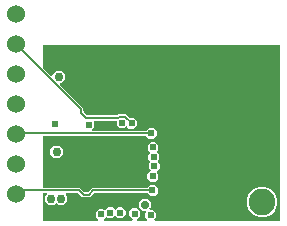
<source format=gbr>
G04 EAGLE Gerber X2 export*
%TF.Part,Single*%
%TF.FileFunction,Copper,L3,Inr,Mixed*%
%TF.FilePolarity,Positive*%
%TF.GenerationSoftware,Autodesk,EAGLE,9.0.0*%
%TF.CreationDate,2018-06-20T01:15:49Z*%
G75*
%MOMM*%
%FSLAX34Y34*%
%LPD*%
%AMOC8*
5,1,8,0,0,1.08239X$1,22.5*%
G01*
%ADD10C,1.524000*%
%ADD11C,0.609600*%
%ADD12C,0.152400*%
%ADD13C,0.660400*%
%ADD14C,2.250000*%
%ADD15C,0.756400*%
%ADD16C,0.706400*%

G36*
X45682Y-750D02*
X45682Y-750D01*
X45753Y-748D01*
X45802Y-730D01*
X45854Y-722D01*
X45917Y-688D01*
X45984Y-663D01*
X46025Y-631D01*
X46071Y-606D01*
X46121Y-554D01*
X46177Y-510D01*
X46205Y-466D01*
X46241Y-428D01*
X46271Y-363D01*
X46310Y-303D01*
X46322Y-252D01*
X46344Y-205D01*
X46352Y-134D01*
X46370Y-64D01*
X46366Y-12D01*
X46371Y39D01*
X46356Y110D01*
X46350Y181D01*
X46330Y229D01*
X46319Y280D01*
X46282Y341D01*
X46254Y407D01*
X46209Y463D01*
X46193Y491D01*
X46175Y506D01*
X46149Y538D01*
X44040Y2647D01*
X44040Y6436D01*
X46719Y9114D01*
X50507Y9114D01*
X51262Y8359D01*
X51279Y8347D01*
X51291Y8332D01*
X51378Y8276D01*
X51462Y8215D01*
X51481Y8210D01*
X51498Y8199D01*
X51598Y8173D01*
X51697Y8143D01*
X51717Y8144D01*
X51736Y8139D01*
X51839Y8147D01*
X51943Y8149D01*
X51962Y8156D01*
X51982Y8158D01*
X52076Y8198D01*
X52174Y8234D01*
X52190Y8246D01*
X52208Y8254D01*
X52339Y8359D01*
X54607Y10627D01*
X58396Y10627D01*
X60200Y8822D01*
X60217Y8811D01*
X60229Y8795D01*
X60316Y8739D01*
X60400Y8679D01*
X60419Y8673D01*
X60436Y8662D01*
X60536Y8637D01*
X60635Y8607D01*
X60655Y8607D01*
X60675Y8602D01*
X60777Y8610D01*
X60881Y8613D01*
X60900Y8620D01*
X60920Y8621D01*
X61015Y8662D01*
X61112Y8697D01*
X61128Y8710D01*
X61146Y8718D01*
X61277Y8822D01*
X62796Y10341D01*
X66584Y10341D01*
X69262Y7662D01*
X69262Y3874D01*
X66584Y1196D01*
X62796Y1196D01*
X60991Y3000D01*
X60975Y3012D01*
X60962Y3028D01*
X60875Y3084D01*
X60791Y3144D01*
X60772Y3150D01*
X60755Y3161D01*
X60655Y3186D01*
X60556Y3216D01*
X60536Y3216D01*
X60517Y3221D01*
X60414Y3213D01*
X60310Y3210D01*
X60291Y3203D01*
X60271Y3202D01*
X60177Y3161D01*
X60079Y3126D01*
X60063Y3113D01*
X60045Y3105D01*
X59914Y3000D01*
X58396Y1482D01*
X54607Y1482D01*
X53852Y2237D01*
X53836Y2249D01*
X53823Y2264D01*
X53736Y2321D01*
X53652Y2381D01*
X53633Y2387D01*
X53617Y2397D01*
X53516Y2423D01*
X53417Y2453D01*
X53397Y2453D01*
X53378Y2457D01*
X53275Y2449D01*
X53171Y2447D01*
X53153Y2440D01*
X53133Y2438D01*
X53038Y2398D01*
X52940Y2362D01*
X52925Y2350D01*
X52906Y2342D01*
X52776Y2237D01*
X51077Y538D01*
X51035Y480D01*
X50985Y428D01*
X50963Y381D01*
X50933Y339D01*
X50912Y270D01*
X50882Y205D01*
X50876Y153D01*
X50861Y103D01*
X50863Y32D01*
X50855Y-39D01*
X50866Y-90D01*
X50867Y-142D01*
X50892Y-210D01*
X50907Y-280D01*
X50934Y-324D01*
X50952Y-373D01*
X50996Y-429D01*
X51033Y-491D01*
X51073Y-525D01*
X51105Y-565D01*
X51166Y-604D01*
X51220Y-651D01*
X51268Y-670D01*
X51312Y-698D01*
X51382Y-716D01*
X51448Y-743D01*
X51520Y-751D01*
X51551Y-759D01*
X51574Y-757D01*
X51615Y-761D01*
X74694Y-761D01*
X74765Y-750D01*
X74836Y-748D01*
X74885Y-730D01*
X74937Y-722D01*
X75000Y-688D01*
X75067Y-663D01*
X75108Y-631D01*
X75154Y-606D01*
X75204Y-554D01*
X75260Y-510D01*
X75288Y-466D01*
X75324Y-428D01*
X75354Y-363D01*
X75393Y-303D01*
X75405Y-252D01*
X75427Y-205D01*
X75435Y-134D01*
X75453Y-64D01*
X75449Y-12D01*
X75454Y39D01*
X75439Y110D01*
X75433Y181D01*
X75413Y229D01*
X75402Y280D01*
X75365Y341D01*
X75337Y407D01*
X75292Y463D01*
X75276Y491D01*
X75258Y506D01*
X75232Y538D01*
X72531Y3240D01*
X72531Y7028D01*
X75210Y9706D01*
X78998Y9706D01*
X81677Y7028D01*
X81677Y3240D01*
X78975Y538D01*
X78933Y480D01*
X78884Y428D01*
X78862Y381D01*
X78832Y339D01*
X78811Y270D01*
X78780Y205D01*
X78775Y153D01*
X78759Y103D01*
X78761Y32D01*
X78753Y-39D01*
X78764Y-90D01*
X78766Y-142D01*
X78790Y-210D01*
X78806Y-280D01*
X78832Y-325D01*
X78850Y-373D01*
X78895Y-429D01*
X78932Y-491D01*
X78971Y-525D01*
X79004Y-565D01*
X79064Y-604D01*
X79119Y-651D01*
X79167Y-670D01*
X79211Y-698D01*
X79280Y-716D01*
X79347Y-743D01*
X79418Y-751D01*
X79449Y-759D01*
X79473Y-757D01*
X79514Y-761D01*
X86871Y-761D01*
X86942Y-750D01*
X87014Y-748D01*
X87063Y-730D01*
X87114Y-722D01*
X87177Y-688D01*
X87245Y-663D01*
X87285Y-631D01*
X87331Y-606D01*
X87381Y-554D01*
X87437Y-510D01*
X87465Y-466D01*
X87501Y-428D01*
X87531Y-363D01*
X87570Y-303D01*
X87582Y-252D01*
X87604Y-205D01*
X87612Y-134D01*
X87630Y-64D01*
X87626Y-12D01*
X87631Y39D01*
X87616Y110D01*
X87611Y181D01*
X87590Y229D01*
X87579Y280D01*
X87542Y341D01*
X87514Y407D01*
X87469Y463D01*
X87453Y491D01*
X87435Y506D01*
X87409Y538D01*
X86020Y1928D01*
X86020Y5716D01*
X86644Y6340D01*
X86686Y6398D01*
X86735Y6450D01*
X86757Y6497D01*
X86787Y6540D01*
X86808Y6608D01*
X86839Y6673D01*
X86844Y6725D01*
X86860Y6775D01*
X86858Y6847D01*
X86866Y6918D01*
X86855Y6969D01*
X86853Y7021D01*
X86829Y7088D01*
X86813Y7158D01*
X86787Y7203D01*
X86769Y7252D01*
X86724Y7308D01*
X86687Y7369D01*
X86648Y7403D01*
X86615Y7444D01*
X86555Y7482D01*
X86500Y7529D01*
X86452Y7549D01*
X86408Y7577D01*
X86339Y7594D01*
X86272Y7621D01*
X86201Y7629D01*
X86170Y7637D01*
X86146Y7635D01*
X86105Y7640D01*
X83399Y7640D01*
X80436Y10602D01*
X80436Y14791D01*
X83399Y17753D01*
X87588Y17753D01*
X90550Y14791D01*
X90550Y10602D01*
X89643Y9694D01*
X89601Y9636D01*
X89551Y9584D01*
X89529Y9537D01*
X89499Y9495D01*
X89478Y9426D01*
X89448Y9361D01*
X89442Y9309D01*
X89427Y9259D01*
X89429Y9188D01*
X89421Y9117D01*
X89432Y9066D01*
X89433Y9014D01*
X89458Y8946D01*
X89473Y8876D01*
X89500Y8832D01*
X89517Y8783D01*
X89562Y8727D01*
X89599Y8665D01*
X89639Y8631D01*
X89671Y8591D01*
X89731Y8552D01*
X89786Y8505D01*
X89834Y8486D01*
X89878Y8458D01*
X89948Y8440D01*
X90014Y8413D01*
X90085Y8405D01*
X90117Y8397D01*
X90140Y8399D01*
X90181Y8395D01*
X92487Y8395D01*
X95165Y5716D01*
X95165Y1928D01*
X93776Y538D01*
X93734Y480D01*
X93684Y428D01*
X93662Y381D01*
X93632Y339D01*
X93611Y270D01*
X93581Y205D01*
X93575Y153D01*
X93560Y103D01*
X93562Y32D01*
X93554Y-39D01*
X93565Y-90D01*
X93566Y-142D01*
X93591Y-210D01*
X93606Y-280D01*
X93633Y-325D01*
X93651Y-373D01*
X93695Y-429D01*
X93732Y-491D01*
X93772Y-525D01*
X93804Y-565D01*
X93865Y-604D01*
X93919Y-651D01*
X93967Y-670D01*
X94011Y-698D01*
X94081Y-716D01*
X94147Y-743D01*
X94219Y-751D01*
X94250Y-759D01*
X94273Y-757D01*
X94314Y-761D01*
X199316Y-761D01*
X199336Y-758D01*
X199355Y-760D01*
X199457Y-738D01*
X199559Y-722D01*
X199576Y-712D01*
X199596Y-708D01*
X199685Y-655D01*
X199776Y-606D01*
X199790Y-592D01*
X199807Y-582D01*
X199874Y-503D01*
X199946Y-428D01*
X199954Y-410D01*
X199967Y-395D01*
X200006Y-299D01*
X200049Y-205D01*
X200051Y-185D01*
X200059Y-167D01*
X200077Y0D01*
X200077Y147500D01*
X200074Y147520D01*
X200076Y147539D01*
X200054Y147641D01*
X200038Y147743D01*
X200028Y147760D01*
X200024Y147780D01*
X199971Y147869D01*
X199922Y147960D01*
X199908Y147974D01*
X199898Y147991D01*
X199819Y148058D01*
X199744Y148130D01*
X199726Y148138D01*
X199711Y148151D01*
X199615Y148190D01*
X199521Y148233D01*
X199501Y148235D01*
X199483Y148243D01*
X199316Y148261D01*
X0Y148261D01*
X-20Y148258D01*
X-39Y148260D01*
X-141Y148238D01*
X-243Y148222D01*
X-260Y148212D01*
X-280Y148208D01*
X-369Y148155D01*
X-460Y148106D01*
X-474Y148092D01*
X-491Y148082D01*
X-558Y148003D01*
X-630Y147928D01*
X-638Y147910D01*
X-651Y147895D01*
X-690Y147799D01*
X-733Y147705D01*
X-735Y147685D01*
X-743Y147667D01*
X-761Y147500D01*
X-761Y129399D01*
X-759Y129384D01*
X-760Y129373D01*
X-748Y129315D01*
X-747Y129308D01*
X-739Y129218D01*
X-727Y129188D01*
X-722Y129156D01*
X-679Y129075D01*
X-643Y128991D01*
X-617Y128959D01*
X-606Y128938D01*
X-583Y128916D01*
X-538Y128860D01*
X6229Y122093D01*
X6287Y122052D01*
X6339Y122002D01*
X6386Y121980D01*
X6428Y121950D01*
X6497Y121929D01*
X6562Y121899D01*
X6614Y121893D01*
X6663Y121877D01*
X6735Y121879D01*
X6806Y121871D01*
X6857Y121883D01*
X6909Y121884D01*
X6977Y121908D01*
X7047Y121924D01*
X7091Y121950D01*
X7140Y121968D01*
X7196Y122013D01*
X7258Y122050D01*
X7292Y122089D01*
X7332Y122122D01*
X7371Y122182D01*
X7418Y122237D01*
X7437Y122285D01*
X7465Y122329D01*
X7483Y122398D01*
X7510Y122465D01*
X7518Y122536D01*
X7525Y122567D01*
X7524Y122591D01*
X7528Y122632D01*
X7528Y123033D01*
X10637Y126142D01*
X15033Y126142D01*
X18142Y123033D01*
X18142Y118637D01*
X15033Y115528D01*
X14632Y115528D01*
X14561Y115517D01*
X14489Y115515D01*
X14440Y115497D01*
X14389Y115488D01*
X14326Y115455D01*
X14258Y115430D01*
X14218Y115398D01*
X14172Y115373D01*
X14122Y115321D01*
X14066Y115276D01*
X14038Y115233D01*
X14002Y115195D01*
X13972Y115130D01*
X13933Y115070D01*
X13920Y115019D01*
X13899Y114972D01*
X13891Y114901D01*
X13873Y114831D01*
X13877Y114779D01*
X13871Y114727D01*
X13887Y114657D01*
X13892Y114586D01*
X13913Y114538D01*
X13924Y114487D01*
X13961Y114425D01*
X13989Y114360D01*
X14033Y114304D01*
X14050Y114276D01*
X14068Y114261D01*
X14093Y114229D01*
X33665Y94657D01*
X33665Y91996D01*
X33679Y91906D01*
X33687Y91815D01*
X33699Y91786D01*
X33704Y91754D01*
X33747Y91673D01*
X33783Y91589D01*
X33809Y91557D01*
X33819Y91536D01*
X33843Y91514D01*
X33888Y91458D01*
X36710Y88635D01*
X36784Y88582D01*
X36854Y88523D01*
X36884Y88510D01*
X36910Y88492D01*
X36997Y88465D01*
X37082Y88431D01*
X37123Y88426D01*
X37145Y88419D01*
X37177Y88420D01*
X37249Y88412D01*
X61788Y88412D01*
X61878Y88427D01*
X61969Y88434D01*
X61998Y88447D01*
X62030Y88452D01*
X62111Y88495D01*
X62195Y88530D01*
X62227Y88556D01*
X62248Y88567D01*
X62270Y88590D01*
X62326Y88635D01*
X63339Y89648D01*
X69652Y89648D01*
X72824Y86476D01*
X72898Y86423D01*
X72968Y86363D01*
X72998Y86351D01*
X73024Y86332D01*
X73111Y86306D01*
X73196Y86271D01*
X73237Y86267D01*
X73259Y86260D01*
X73291Y86261D01*
X73363Y86253D01*
X76280Y86253D01*
X78959Y83574D01*
X78959Y79786D01*
X76280Y77107D01*
X72492Y77107D01*
X70805Y78794D01*
X70789Y78806D01*
X70777Y78821D01*
X70690Y78877D01*
X70606Y78938D01*
X70587Y78943D01*
X70570Y78954D01*
X70469Y78979D01*
X70371Y79010D01*
X70351Y79009D01*
X70331Y79014D01*
X70228Y79006D01*
X70125Y79004D01*
X70106Y78997D01*
X70086Y78995D01*
X69991Y78955D01*
X69894Y78919D01*
X69878Y78907D01*
X69860Y78899D01*
X69729Y78794D01*
X68390Y77455D01*
X64601Y77455D01*
X61923Y80133D01*
X61923Y83078D01*
X61919Y83097D01*
X61922Y83117D01*
X61900Y83218D01*
X61883Y83320D01*
X61874Y83338D01*
X61869Y83357D01*
X61816Y83446D01*
X61768Y83538D01*
X61753Y83551D01*
X61743Y83568D01*
X61664Y83636D01*
X61589Y83707D01*
X61571Y83715D01*
X61556Y83728D01*
X61460Y83767D01*
X61366Y83811D01*
X61347Y83813D01*
X61328Y83820D01*
X61161Y83839D01*
X43030Y83839D01*
X42960Y83827D01*
X42888Y83825D01*
X42839Y83807D01*
X42788Y83799D01*
X42724Y83766D01*
X42657Y83741D01*
X42616Y83708D01*
X42570Y83684D01*
X42521Y83632D01*
X42465Y83587D01*
X42437Y83543D01*
X42401Y83506D01*
X42371Y83441D01*
X42332Y83380D01*
X42319Y83330D01*
X42297Y83283D01*
X42289Y83211D01*
X42272Y83142D01*
X42276Y83090D01*
X42270Y83038D01*
X42285Y82968D01*
X42291Y82896D01*
X42311Y82849D01*
X42322Y82798D01*
X42359Y82736D01*
X42387Y82670D01*
X42432Y82614D01*
X42449Y82587D01*
X42466Y82571D01*
X42492Y82539D01*
X42662Y82369D01*
X42662Y78581D01*
X40665Y76584D01*
X40623Y76526D01*
X40574Y76474D01*
X40552Y76426D01*
X40521Y76384D01*
X40500Y76316D01*
X40470Y76251D01*
X40464Y76199D01*
X40449Y76149D01*
X40451Y76077D01*
X40443Y76006D01*
X40454Y75955D01*
X40455Y75903D01*
X40480Y75836D01*
X40495Y75766D01*
X40522Y75721D01*
X40540Y75672D01*
X40585Y75616D01*
X40621Y75555D01*
X40661Y75521D01*
X40693Y75480D01*
X40754Y75441D01*
X40808Y75395D01*
X40856Y75375D01*
X40900Y75347D01*
X40970Y75330D01*
X41036Y75303D01*
X41108Y75295D01*
X41139Y75287D01*
X41162Y75289D01*
X41203Y75284D01*
X86471Y75284D01*
X86561Y75299D01*
X86652Y75306D01*
X86682Y75319D01*
X86714Y75324D01*
X86794Y75367D01*
X86878Y75403D01*
X86910Y75428D01*
X86931Y75439D01*
X86953Y75463D01*
X87009Y75507D01*
X89072Y77570D01*
X92860Y77570D01*
X95539Y74892D01*
X95539Y71104D01*
X92860Y68425D01*
X89072Y68425D01*
X87009Y70488D01*
X86935Y70541D01*
X86866Y70601D01*
X86836Y70613D01*
X86809Y70631D01*
X86722Y70658D01*
X86638Y70692D01*
X86597Y70697D01*
X86574Y70704D01*
X86542Y70703D01*
X86471Y70711D01*
X0Y70711D01*
X-20Y70708D01*
X-39Y70710D01*
X-141Y70688D01*
X-243Y70671D01*
X-260Y70662D01*
X-280Y70658D01*
X-369Y70604D01*
X-460Y70556D01*
X-474Y70542D01*
X-491Y70531D01*
X-558Y70453D01*
X-630Y70378D01*
X-638Y70360D01*
X-651Y70345D01*
X-690Y70248D01*
X-733Y70155D01*
X-735Y70135D01*
X-743Y70116D01*
X-761Y69950D01*
X-761Y27889D01*
X-758Y27869D01*
X-760Y27850D01*
X-738Y27748D01*
X-722Y27646D01*
X-712Y27629D01*
X-708Y27609D01*
X-655Y27520D01*
X-606Y27429D01*
X-592Y27415D01*
X-582Y27398D01*
X-503Y27331D01*
X-428Y27259D01*
X-410Y27251D01*
X-395Y27238D01*
X-299Y27199D01*
X-205Y27156D01*
X-185Y27154D01*
X-167Y27146D01*
X0Y27128D01*
X31063Y27128D01*
X34515Y23676D01*
X34589Y23623D01*
X34658Y23563D01*
X34688Y23551D01*
X34715Y23532D01*
X34801Y23505D01*
X34886Y23471D01*
X34927Y23467D01*
X34950Y23460D01*
X34982Y23461D01*
X35053Y23453D01*
X36947Y23453D01*
X37037Y23467D01*
X37128Y23475D01*
X37158Y23487D01*
X37190Y23492D01*
X37270Y23535D01*
X37354Y23571D01*
X37386Y23597D01*
X37407Y23608D01*
X37429Y23631D01*
X37485Y23676D01*
X40937Y27128D01*
X87588Y27128D01*
X87678Y27142D01*
X87769Y27150D01*
X87799Y27162D01*
X87831Y27167D01*
X87911Y27210D01*
X87995Y27246D01*
X88027Y27272D01*
X88048Y27283D01*
X88070Y27306D01*
X88126Y27351D01*
X90189Y29414D01*
X93977Y29414D01*
X96656Y26735D01*
X96656Y22947D01*
X93977Y20268D01*
X90189Y20268D01*
X88126Y22331D01*
X88052Y22384D01*
X87983Y22444D01*
X87952Y22456D01*
X87926Y22475D01*
X87839Y22502D01*
X87754Y22536D01*
X87714Y22540D01*
X87691Y22547D01*
X87659Y22546D01*
X87588Y22554D01*
X43147Y22554D01*
X43057Y22540D01*
X42966Y22532D01*
X42936Y22520D01*
X42904Y22515D01*
X42824Y22472D01*
X42740Y22436D01*
X42708Y22410D01*
X42687Y22399D01*
X42665Y22376D01*
X42609Y22331D01*
X39157Y18879D01*
X32843Y18879D01*
X29391Y22331D01*
X29317Y22384D01*
X29248Y22444D01*
X29218Y22456D01*
X29192Y22475D01*
X29105Y22502D01*
X29020Y22536D01*
X28979Y22540D01*
X28957Y22547D01*
X28924Y22546D01*
X28853Y22554D01*
X19375Y22554D01*
X19304Y22543D01*
X19232Y22541D01*
X19183Y22523D01*
X19132Y22515D01*
X19068Y22481D01*
X19001Y22456D01*
X18960Y22424D01*
X18914Y22399D01*
X18865Y22347D01*
X18809Y22303D01*
X18781Y22259D01*
X18745Y22221D01*
X18715Y22156D01*
X18676Y22096D01*
X18663Y22045D01*
X18641Y21998D01*
X18634Y21927D01*
X18616Y21857D01*
X18620Y21805D01*
X18614Y21754D01*
X18630Y21683D01*
X18635Y21612D01*
X18656Y21564D01*
X18667Y21513D01*
X18703Y21452D01*
X18731Y21386D01*
X18776Y21330D01*
X18793Y21302D01*
X18811Y21287D01*
X18836Y21255D01*
X19958Y20133D01*
X19958Y15737D01*
X16850Y12628D01*
X12453Y12628D01*
X11310Y13772D01*
X11294Y13783D01*
X11281Y13799D01*
X11194Y13855D01*
X11110Y13915D01*
X11091Y13921D01*
X11074Y13932D01*
X10974Y13957D01*
X10875Y13987D01*
X10855Y13987D01*
X10836Y13992D01*
X10733Y13984D01*
X10629Y13981D01*
X10610Y13974D01*
X10590Y13973D01*
X10496Y13932D01*
X10398Y13897D01*
X10382Y13884D01*
X10364Y13876D01*
X10233Y13772D01*
X8783Y12321D01*
X4387Y12321D01*
X1278Y15430D01*
X1278Y19826D01*
X2707Y21255D01*
X2748Y21313D01*
X2798Y21365D01*
X2820Y21412D01*
X2850Y21454D01*
X2871Y21523D01*
X2901Y21588D01*
X2907Y21640D01*
X2923Y21690D01*
X2921Y21761D01*
X2929Y21832D01*
X2917Y21883D01*
X2916Y21935D01*
X2892Y22003D01*
X2876Y22073D01*
X2850Y22118D01*
X2832Y22166D01*
X2787Y22222D01*
X2750Y22284D01*
X2711Y22318D01*
X2678Y22358D01*
X2618Y22397D01*
X2563Y22444D01*
X2515Y22463D01*
X2471Y22491D01*
X2402Y22509D01*
X2335Y22536D01*
X2264Y22544D01*
X2233Y22552D01*
X2209Y22550D01*
X2168Y22554D01*
X0Y22554D01*
X-20Y22551D01*
X-39Y22553D01*
X-141Y22531D01*
X-243Y22515D01*
X-260Y22505D01*
X-280Y22501D01*
X-369Y22448D01*
X-460Y22399D01*
X-474Y22385D01*
X-491Y22375D01*
X-558Y22296D01*
X-630Y22221D01*
X-638Y22203D01*
X-651Y22188D01*
X-690Y22092D01*
X-733Y21998D01*
X-735Y21978D01*
X-743Y21960D01*
X-761Y21793D01*
X-761Y0D01*
X-758Y-20D01*
X-760Y-39D01*
X-738Y-141D01*
X-722Y-243D01*
X-712Y-260D01*
X-708Y-280D01*
X-655Y-369D01*
X-606Y-460D01*
X-592Y-474D01*
X-582Y-491D01*
X-503Y-558D01*
X-428Y-630D01*
X-410Y-638D01*
X-395Y-651D01*
X-299Y-690D01*
X-205Y-733D01*
X-185Y-735D01*
X-167Y-743D01*
X0Y-761D01*
X45611Y-761D01*
X45682Y-750D01*
G37*
%LPC*%
G36*
X182459Y2225D02*
X182459Y2225D01*
X177764Y4170D01*
X174170Y7764D01*
X172225Y12459D01*
X172225Y17541D01*
X174170Y22236D01*
X177764Y25830D01*
X182459Y27775D01*
X187541Y27775D01*
X192236Y25830D01*
X195830Y22236D01*
X197775Y17541D01*
X197775Y12459D01*
X195830Y7764D01*
X192236Y4170D01*
X187541Y2225D01*
X182459Y2225D01*
G37*
%LPD*%
%LPC*%
G36*
X90501Y32066D02*
X90501Y32066D01*
X87823Y34745D01*
X87823Y38533D01*
X90451Y41161D01*
X90462Y41177D01*
X90478Y41189D01*
X90534Y41277D01*
X90594Y41360D01*
X90600Y41379D01*
X90611Y41396D01*
X90636Y41497D01*
X90667Y41596D01*
X90666Y41615D01*
X90671Y41635D01*
X90663Y41738D01*
X90660Y41841D01*
X90653Y41860D01*
X90652Y41880D01*
X90612Y41975D01*
X90576Y42072D01*
X90563Y42088D01*
X90556Y42106D01*
X90451Y42237D01*
X89111Y43577D01*
X89111Y47365D01*
X90248Y48502D01*
X90260Y48518D01*
X90275Y48530D01*
X90331Y48617D01*
X90392Y48701D01*
X90398Y48720D01*
X90408Y48737D01*
X90434Y48838D01*
X90464Y48936D01*
X90464Y48956D01*
X90468Y48976D01*
X90460Y49079D01*
X90458Y49182D01*
X90451Y49201D01*
X90449Y49221D01*
X90409Y49316D01*
X90373Y49413D01*
X90361Y49429D01*
X90353Y49447D01*
X90248Y49578D01*
X88630Y51197D01*
X88630Y54985D01*
X89969Y56324D01*
X89981Y56340D01*
X89996Y56353D01*
X90052Y56440D01*
X90113Y56524D01*
X90118Y56543D01*
X90129Y56560D01*
X90155Y56660D01*
X90185Y56759D01*
X90184Y56779D01*
X90189Y56798D01*
X90181Y56901D01*
X90179Y57005D01*
X90172Y57024D01*
X90170Y57044D01*
X90130Y57138D01*
X90094Y57236D01*
X90082Y57252D01*
X90074Y57270D01*
X89969Y57401D01*
X88042Y59328D01*
X88042Y63116D01*
X90721Y65794D01*
X94509Y65794D01*
X97188Y63116D01*
X97188Y59328D01*
X95848Y57988D01*
X95837Y57972D01*
X95821Y57960D01*
X95765Y57872D01*
X95705Y57789D01*
X95699Y57770D01*
X95688Y57753D01*
X95663Y57652D01*
X95632Y57553D01*
X95633Y57534D01*
X95628Y57514D01*
X95636Y57411D01*
X95639Y57308D01*
X95646Y57289D01*
X95647Y57269D01*
X95688Y57174D01*
X95723Y57077D01*
X95736Y57061D01*
X95744Y57043D01*
X95848Y56912D01*
X97775Y54985D01*
X97775Y51197D01*
X96638Y50060D01*
X96627Y50044D01*
X96611Y50031D01*
X96555Y49944D01*
X96495Y49860D01*
X96489Y49841D01*
X96478Y49824D01*
X96453Y49724D01*
X96422Y49625D01*
X96423Y49605D01*
X96418Y49586D01*
X96426Y49483D01*
X96429Y49379D01*
X96436Y49360D01*
X96437Y49341D01*
X96478Y49246D01*
X96513Y49148D01*
X96526Y49133D01*
X96534Y49114D01*
X96638Y48983D01*
X98257Y47365D01*
X98257Y43577D01*
X95629Y40949D01*
X95617Y40933D01*
X95602Y40920D01*
X95546Y40833D01*
X95485Y40749D01*
X95480Y40730D01*
X95469Y40713D01*
X95443Y40613D01*
X95413Y40514D01*
X95414Y40494D01*
X95409Y40475D01*
X95417Y40372D01*
X95419Y40268D01*
X95426Y40249D01*
X95428Y40229D01*
X95468Y40134D01*
X95504Y40037D01*
X95516Y40021D01*
X95524Y40003D01*
X95629Y39872D01*
X96968Y38533D01*
X96968Y34745D01*
X94290Y32066D01*
X90501Y32066D01*
G37*
%LPD*%
%LPC*%
G36*
X8802Y52090D02*
X8802Y52090D01*
X5693Y55199D01*
X5693Y59595D01*
X8802Y62704D01*
X13198Y62704D01*
X16307Y59595D01*
X16307Y55199D01*
X13198Y52090D01*
X8802Y52090D01*
G37*
%LPD*%
D10*
X-23592Y174080D03*
X-23592Y148680D03*
X-23592Y123280D03*
X-23592Y97880D03*
X-23592Y72480D03*
X-23592Y47080D03*
X-23592Y21680D03*
D11*
X90966Y72998D03*
D12*
X-23075Y72998D01*
X-23592Y72480D01*
D11*
X38089Y80475D03*
X9312Y80632D03*
X66495Y82027D03*
X74386Y81680D03*
D12*
X64286Y87361D02*
X63050Y86126D01*
X64286Y87361D02*
X68705Y87361D01*
X74386Y81680D01*
X35986Y86126D02*
X31378Y90734D01*
X31378Y93710D01*
X-23592Y148680D01*
X35986Y86126D02*
X63050Y86126D01*
D11*
X93684Y45471D03*
X93202Y53091D03*
X92615Y61222D03*
X64690Y5768D03*
X92396Y36639D03*
D13*
X71492Y41715D03*
D11*
X46000Y61500D03*
X46000Y51500D03*
X38500Y44000D03*
X46000Y31500D03*
X36000Y26500D03*
X95558Y14913D03*
X36362Y6057D03*
X24372Y4260D03*
D14*
X140000Y15000D03*
D15*
X33000Y143000D03*
X70000Y140000D03*
X90000Y140000D03*
X110000Y140000D03*
X130000Y140000D03*
X150000Y140000D03*
X170000Y140000D03*
X190000Y140000D03*
X70000Y120000D03*
X90000Y120000D03*
X110000Y120000D03*
X130000Y120000D03*
X150000Y120000D03*
X170000Y120000D03*
X190000Y120000D03*
X190000Y100000D03*
X190000Y80000D03*
X170000Y100000D03*
X110000Y100000D03*
X130000Y100000D03*
X150000Y100000D03*
X150000Y80000D03*
X130000Y80000D03*
X110000Y80000D03*
X110000Y60000D03*
X130000Y60000D03*
X150000Y60000D03*
X170000Y60000D03*
X170000Y80000D03*
X190000Y60000D03*
X190000Y40000D03*
X170000Y40000D03*
X150000Y40000D03*
X130000Y40000D03*
X110000Y40000D03*
X14651Y17935D03*
X6585Y17628D03*
D16*
X85493Y12696D03*
D11*
X90593Y3822D03*
D15*
X11000Y57397D03*
X12835Y120835D03*
D11*
X48613Y4541D03*
X77104Y5134D03*
D14*
X185000Y15000D03*
D11*
X56502Y6055D03*
X92083Y24841D03*
D12*
X-20431Y24841D02*
X-23592Y21680D01*
X33791Y21166D02*
X38209Y21166D01*
X41884Y24841D02*
X92083Y24841D01*
X30116Y24841D02*
X-20431Y24841D01*
X38209Y21166D02*
X41884Y24841D01*
X33791Y21166D02*
X30116Y24841D01*
M02*

</source>
